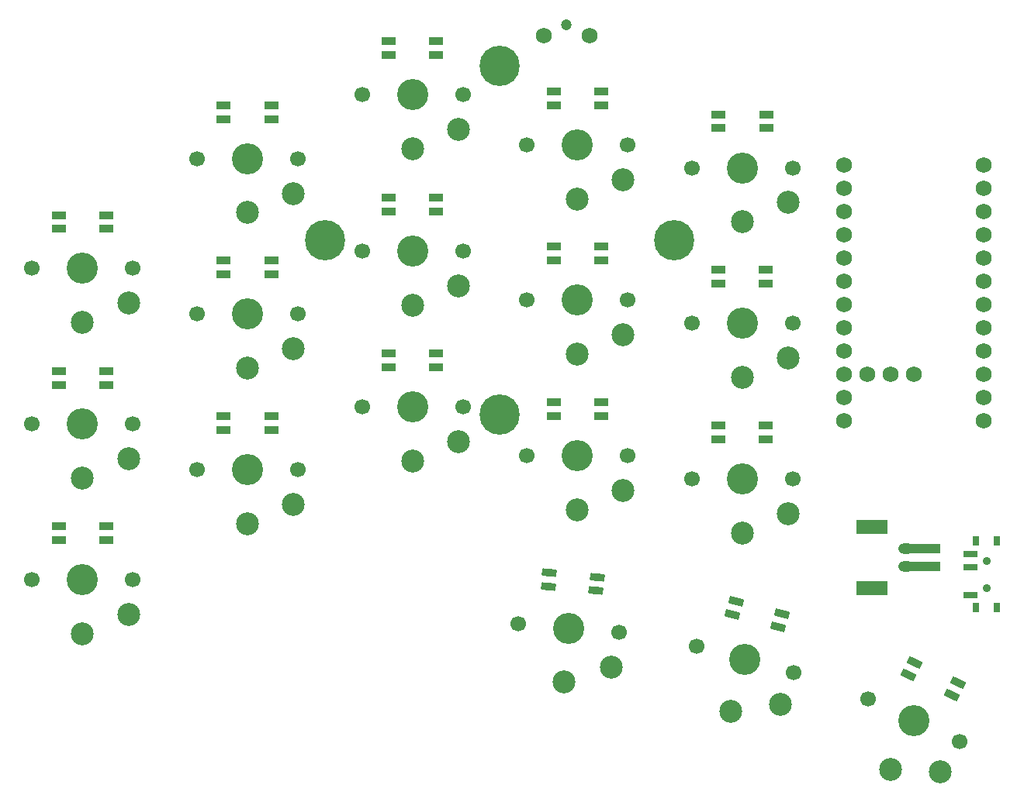
<source format=gbr>
%TF.GenerationSoftware,KiCad,Pcbnew,(6.0.4)*%
%TF.CreationDate,2022-10-20T23:25:51-04:00*%
%TF.ProjectId,half-swept,68616c66-2d73-4776-9570-742e6b696361,rev?*%
%TF.SameCoordinates,Original*%
%TF.FileFunction,Soldermask,Top*%
%TF.FilePolarity,Negative*%
%FSLAX46Y46*%
G04 Gerber Fmt 4.6, Leading zero omitted, Abs format (unit mm)*
G04 Created by KiCad (PCBNEW (6.0.4)) date 2022-10-20 23:25:51*
%MOMM*%
%LPD*%
G01*
G04 APERTURE LIST*
G04 Aperture macros list*
%AMRoundRect*
0 Rectangle with rounded corners*
0 $1 Rounding radius*
0 $2 $3 $4 $5 $6 $7 $8 $9 X,Y pos of 4 corners*
0 Add a 4 corners polygon primitive as box body*
4,1,4,$2,$3,$4,$5,$6,$7,$8,$9,$2,$3,0*
0 Add four circle primitives for the rounded corners*
1,1,$1+$1,$2,$3*
1,1,$1+$1,$4,$5*
1,1,$1+$1,$6,$7*
1,1,$1+$1,$8,$9*
0 Add four rect primitives between the rounded corners*
20,1,$1+$1,$2,$3,$4,$5,0*
20,1,$1+$1,$4,$5,$6,$7,0*
20,1,$1+$1,$6,$7,$8,$9,0*
20,1,$1+$1,$8,$9,$2,$3,0*%
G04 Aperture macros list end*
%ADD10R,3.500000X1.000000*%
%ADD11O,1.700000X1.200000*%
%ADD12R,3.400000X1.500000*%
%ADD13R,0.800000X1.000000*%
%ADD14C,0.900000*%
%ADD15R,1.500000X0.700000*%
%ADD16C,1.752600*%
%ADD17C,1.200000*%
%ADD18C,1.750000*%
%ADD19C,1.700000*%
%ADD20C,3.400000*%
%ADD21C,2.500000*%
%ADD22C,4.400000*%
%ADD23RoundRect,0.082000X-0.718000X0.328000X-0.718000X-0.328000X0.718000X-0.328000X0.718000X0.328000X0*%
%ADD24RoundRect,0.082000X-0.686681X0.389330X-0.743855X-0.264174X0.686681X-0.389330X0.743855X0.264174X0*%
%ADD25RoundRect,0.082000X-0.608642X0.502656X-0.778427X-0.130992X0.608642X-0.502656X0.778427X0.130992X0*%
%ADD26RoundRect,0.082000X-0.512110X0.600709X-0.789348X0.006171X0.512110X-0.600709X0.789348X-0.006171X0*%
G04 APERTURE END LIST*
D10*
%TO.C,JST_PH2_SMT*%
X241415657Y-103496925D03*
D11*
X239415657Y-103496925D03*
X239415657Y-105496925D03*
D10*
X241415657Y-105496925D03*
D12*
X235665657Y-107846925D03*
X235665657Y-101146925D03*
%TD*%
D13*
%TO.C,REF\u002A\u002A*%
X247067611Y-109983619D03*
D14*
X248177611Y-104833619D03*
D13*
X249277611Y-102683619D03*
D14*
X248177611Y-107833619D03*
D13*
X249277611Y-109983619D03*
X247067611Y-102683619D03*
D15*
X246417611Y-108583619D03*
X246417611Y-105583619D03*
X246417611Y-104083619D03*
%TD*%
D16*
%TO.C,U2*%
X240285269Y-84429846D03*
X237745269Y-84429846D03*
X235205269Y-84429846D03*
X247905269Y-61569846D03*
X232665269Y-89509846D03*
X247905269Y-64109846D03*
X247905269Y-66649846D03*
X247905269Y-69189846D03*
X247905269Y-71729846D03*
X247905269Y-74269846D03*
X247905269Y-76809846D03*
X247905269Y-79349846D03*
X247905269Y-81889846D03*
X247905269Y-84429846D03*
X247905269Y-86969846D03*
X247905269Y-89509846D03*
X232665269Y-86969846D03*
X232665269Y-84429846D03*
X232665269Y-81889846D03*
X232665269Y-79349846D03*
X232665269Y-76809846D03*
X232665269Y-74269846D03*
X232665269Y-71729846D03*
X232665269Y-69189846D03*
X232665269Y-66649846D03*
X232665269Y-64109846D03*
X232665269Y-61569846D03*
%TD*%
D17*
%TO.C,RSW1*%
X202360270Y-46255595D03*
D18*
X199860270Y-47465595D03*
X204860270Y-47465595D03*
%TD*%
D19*
%TO.C,SW2*%
X144035270Y-72903095D03*
D20*
X149535270Y-72903095D03*
D19*
X155035270Y-72903095D03*
D21*
X149535270Y-78803095D03*
X154535270Y-76703095D03*
%TD*%
D20*
%TO.C,SW3*%
X167535270Y-60903095D03*
D19*
X173035270Y-60903095D03*
X162035270Y-60903095D03*
D21*
X167535270Y-66803095D03*
X172535270Y-64703095D03*
%TD*%
D19*
%TO.C,SW4*%
X191035270Y-53903095D03*
X180035270Y-53903095D03*
D20*
X185535270Y-53903095D03*
D21*
X185535270Y-59803095D03*
X190535270Y-57703095D03*
%TD*%
D19*
%TO.C,SW5*%
X198035271Y-59403095D03*
X209035271Y-59403095D03*
D20*
X203535271Y-59403095D03*
D21*
X203535271Y-65303095D03*
X208535271Y-63203095D03*
%TD*%
D20*
%TO.C,SW6*%
X221535269Y-61903095D03*
D19*
X227035269Y-61903095D03*
X216035269Y-61903095D03*
D21*
X221535269Y-67803095D03*
X226535269Y-65703095D03*
%TD*%
D19*
%TO.C,SW8*%
X144035270Y-89903095D03*
X155035270Y-89903095D03*
D20*
X149535270Y-89903095D03*
D21*
X149535270Y-95803095D03*
X154535270Y-93703095D03*
%TD*%
D19*
%TO.C,SW9*%
X173035271Y-77877095D03*
X162035271Y-77877095D03*
D20*
X167535271Y-77877095D03*
D21*
X167535271Y-83777095D03*
X172535271Y-81677095D03*
%TD*%
D19*
%TO.C,SW10*%
X191035270Y-71019095D03*
D20*
X185535270Y-71019095D03*
D19*
X180035270Y-71019095D03*
D21*
X185535270Y-76919095D03*
X190535270Y-74819095D03*
%TD*%
D19*
%TO.C,SW11*%
X209035270Y-76353096D03*
D20*
X203535270Y-76353096D03*
D19*
X198035270Y-76353096D03*
D21*
X203535270Y-82253096D03*
X208535270Y-80153096D03*
%TD*%
D19*
%TO.C,SW12*%
X227015270Y-78893096D03*
D20*
X221515270Y-78893096D03*
D19*
X216015270Y-78893096D03*
D21*
X221515270Y-84793096D03*
X226515270Y-82693096D03*
%TD*%
D20*
%TO.C,SW14*%
X149535271Y-106903095D03*
D19*
X155035271Y-106903095D03*
X144035271Y-106903095D03*
D21*
X149535271Y-112803095D03*
X154535271Y-110703095D03*
%TD*%
D20*
%TO.C,SW15*%
X167535270Y-94895095D03*
D19*
X162035270Y-94895095D03*
X173035270Y-94895095D03*
D21*
X167535270Y-100795095D03*
X172535270Y-98695095D03*
%TD*%
D20*
%TO.C,SW16*%
X185535269Y-88037095D03*
D19*
X180035269Y-88037095D03*
X191035269Y-88037095D03*
D21*
X185535269Y-93937095D03*
X190535269Y-91837095D03*
%TD*%
D20*
%TO.C,SW17*%
X203535270Y-93371096D03*
D19*
X198035270Y-93371096D03*
X209035270Y-93371096D03*
D21*
X203535270Y-99271096D03*
X208535270Y-97171096D03*
%TD*%
D19*
%TO.C,SW18*%
X227015270Y-95911095D03*
X216015270Y-95911095D03*
D20*
X221515270Y-95911095D03*
D21*
X221515270Y-101811095D03*
X226515270Y-99711095D03*
%TD*%
D20*
%TO.C,SW20*%
X240235271Y-122303094D03*
D19*
X235250578Y-119978694D03*
X245219964Y-124627494D03*
D21*
X237741823Y-127650310D03*
X243160861Y-127860155D03*
%TD*%
D19*
%TO.C,SW21*%
X216522678Y-114179589D03*
D20*
X221835270Y-115603094D03*
D19*
X227147862Y-117026599D03*
D21*
X220308238Y-121302056D03*
X225681387Y-120567707D03*
%TD*%
D22*
%TO.C,REF\u002A\u002A*%
X195035270Y-88853095D03*
X175985270Y-69803095D03*
X214085270Y-69803095D03*
X195035270Y-50753095D03*
%TD*%
D19*
%TO.C,SW1*%
X197106200Y-111723737D03*
X208064342Y-112682451D03*
D20*
X202585271Y-112203094D03*
D21*
X202071052Y-118080643D03*
X207235053Y-116424413D03*
%TD*%
D23*
%TO.C,D34*%
X170135270Y-55073095D03*
X170135270Y-56573095D03*
X164935270Y-56573095D03*
X164935270Y-55073095D03*
%TD*%
%TO.C,D26*%
X188135269Y-82207095D03*
X188135269Y-83707095D03*
X182935269Y-83707095D03*
X182935269Y-82207095D03*
%TD*%
%TO.C,D31*%
X170135271Y-72047095D03*
X170135271Y-73547095D03*
X164935271Y-73547095D03*
X164935271Y-72047095D03*
%TD*%
%TO.C,D28*%
X170135270Y-89065095D03*
X170135270Y-90565095D03*
X164935270Y-90565095D03*
X164935270Y-89065095D03*
%TD*%
%TO.C,D32*%
X206135270Y-70523096D03*
X206135270Y-72023096D03*
X200935270Y-72023096D03*
X200935270Y-70523096D03*
%TD*%
%TO.C,D21*%
X224135269Y-56073095D03*
X224135269Y-57573095D03*
X218935269Y-57573095D03*
X218935269Y-56073095D03*
%TD*%
%TO.C,D19*%
X152135270Y-67073095D03*
X152135270Y-68573095D03*
X146935270Y-68573095D03*
X146935270Y-67073095D03*
%TD*%
%TO.C,D23*%
X188135270Y-65189095D03*
X188135270Y-66689095D03*
X182935270Y-66689095D03*
X182935270Y-65189095D03*
%TD*%
%TO.C,D22*%
X152135270Y-84123095D03*
X152135270Y-85623095D03*
X146935270Y-85623095D03*
X146935270Y-84123095D03*
%TD*%
%TO.C,D35*%
X206135271Y-53573095D03*
X206135271Y-55073095D03*
X200935271Y-55073095D03*
X200935271Y-53573095D03*
%TD*%
%TO.C,D25*%
X152135271Y-101073095D03*
X152135271Y-102573095D03*
X146935271Y-102573095D03*
X146935271Y-101073095D03*
%TD*%
%TO.C,D24*%
X224115270Y-73063096D03*
X224115270Y-74563096D03*
X218915270Y-74563096D03*
X218915270Y-73063096D03*
%TD*%
D24*
%TO.C,D30*%
X205683495Y-106621884D03*
X205552762Y-108116176D03*
X200372549Y-107662966D03*
X200503283Y-106168674D03*
%TD*%
D23*
%TO.C,D29*%
X206135270Y-87541096D03*
X206135270Y-89041096D03*
X200935270Y-89041096D03*
X200935270Y-87541096D03*
%TD*%
D25*
%TO.C,D33*%
X225855592Y-110644676D03*
X225467364Y-112093565D03*
X220444549Y-110747706D03*
X220832778Y-109298817D03*
%TD*%
D23*
%TO.C,D20*%
X188135270Y-48073095D03*
X188135270Y-49573095D03*
X182935270Y-49573095D03*
X182935270Y-48073095D03*
%TD*%
D26*
%TO.C,D36*%
X245055536Y-118118127D03*
X244421608Y-119477589D03*
X239708808Y-117279974D03*
X240342735Y-115920512D03*
%TD*%
D23*
%TO.C,D27*%
X224115270Y-90081095D03*
X224115270Y-91581095D03*
X218915270Y-91581095D03*
X218915270Y-90081095D03*
%TD*%
M02*

</source>
